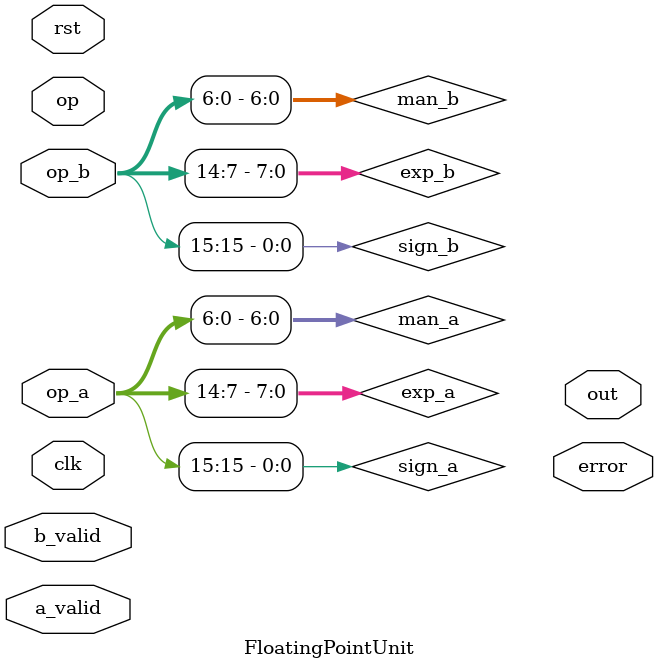
<source format=sv>
module FloatingPointUnit #(
    parameter DATA_WIDTH = 16, 
    parameter EXP_WIDTH = 8)
(
    input clk,
    input rst,
    input op,  // ADD: op = 0, MULT = op=1
    input a_valid,
    input b_valid,
    input [DATA_WIDTH-1:0] op_a,
    input [DATA_WIDTH-1:0] op_b,
    output [(2*DATA_WIDTH-1):0] out,
    output error
);

localparam MAN_WIDTH = DATA_WIDTH-1-EXP_WIDTH;
// Floating point addition step
// 1. compare exponent
// 2. equate the exponent to a bigger value, move mantissa
// 3. add mantissa
// 4. normalize the output
logic sign_a, sign_b;
logic [EXP_WIDTH-1:0] exp_a, exp_b;
logic [MAN_WIDTH-1:0] man_a, man_b;
logic [EXP_WIDTH-1:0] out_exp;
logic [MAN_WIDTH-1:0] out_man;
logic [EXP_WIDTH-1:0] exp_diff;
logic [MAN_WIDTH+1:0] man_sum;
always@(*) begin
    // extract sign, exp and mantissa
    sign_a = op_a[DATA_WIDTH-1];
    sign_b = op_b[DATA_WIDTH-1];
    exp_a = op_a[DATA_WIDTH-2:(DATA_WIDTH-1-EXP_WIDTH)];
    exp_b = op_b[DATA_WIDTH-2:(DATA_WIDTH-1-EXP_WIDTH)];
    man_a = op_a[MAN_WIDTH-1:0];
    man_b = op_b[MAN_WIDTH-1:0];

    // step 1. compare and shift mantissa
    if ( exp_a > exp_b) begin 
        exp_diff = exp_a - exp_b;
        man_b = man_b>>(exp_diff);
        out_exp = exp_a;
    end
    else begin 
        exp_diff = exp_b-exp_a;
        man_a = man_a >> (exp_diff);
        out_exp = exp_b;
    end

    // step 2. add mantissa
    man_sum = $signed( {sign_a,man_a}) +$signed({sign_b, man_b});
    if (man_sum[MAN_WIDTH]) begin
        man_sum= man_sum >>1;
        man_sum = man_sum[MAN_WIDTH-1:0];
        out_exp = out_exp+1;
        out_sign = man_sum[MAN_WIDTH+1];
    end
    else begin 
        out_man = man_sum[MAN_WIDTH-1:0];
        out_sign = man_sum[MAN_WIDTH+1]; 
    end
end


// multiply
// step 1. extract
// step 2. add exponent
// step 3. multiply mantissa
// step 4. normalize
logic [EXP_WIDTH-1:0] exp_mul;


always@(*) begin
    // extract sign, exp and mantissa
    sign_a = op_a[DATA_WIDTH-1];
    sign_b = op_b[DATA_WIDTH-1];
    exp_a = op_a[DATA_WIDTH-2:(DATA_WIDTH-1-EXP_WIDTH)];
    exp_b = op_b[DATA_WIDTH-2:(DATA_WIDTH-1-EXP_WIDTH)];
    man_a = op_a[MAN_WIDTH-1:0];
    man_b = op_b[MAN_WIDTH-1:0];
    
    // in case when both of them are normlized number
    exp_mul = (exp_a-127) + (exp_b-127)+127;

    out_man = man_a * man_b;

    exp_sign = sign_a ^ sign_b;
    
end
endmodule
</source>
